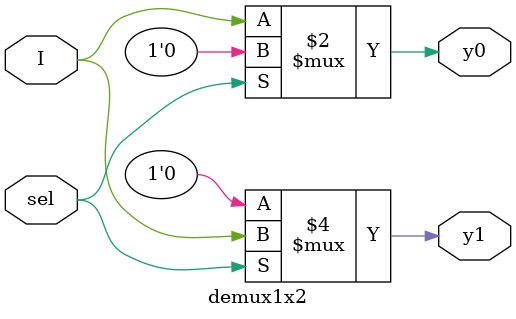
<source format=v>
module demux1x2(I, sel , y0, y1);
  input wire I, sel;
  output wire y0, y1;
assign y0 = (sel == 1'b0) ? I : 1'b0;
assign y1 = (sel == 1'b1) ? I : 1'b0;  
endmodule



 

</source>
